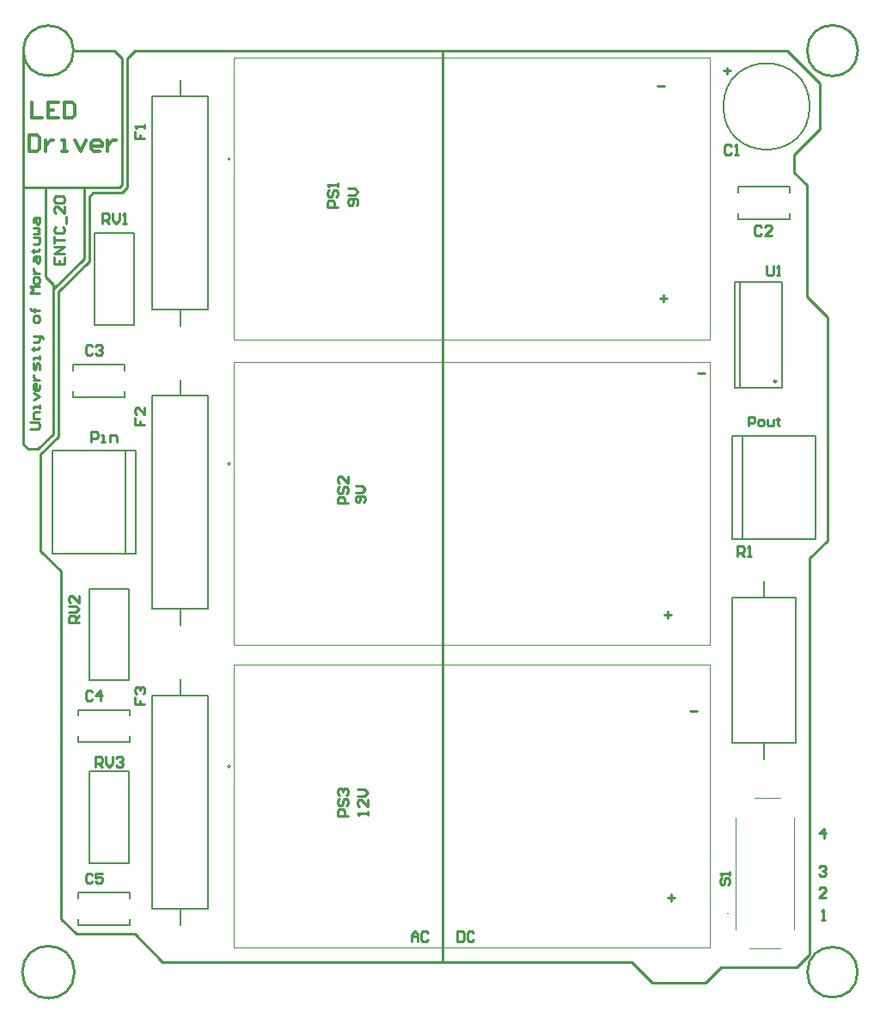
<source format=gto>
G04*
G04 #@! TF.GenerationSoftware,Altium Limited,Altium Designer,23.4.1 (23)*
G04*
G04 Layer_Color=65535*
%FSLAX44Y44*%
%MOMM*%
G71*
G04*
G04 #@! TF.SameCoordinates,962042ED-4943-4C1F-BA74-C7D69658BEBC*
G04*
G04*
G04 #@! TF.FilePolarity,Positive*
G04*
G01*
G75*
%ADD10C,0.2000*%
%ADD11C,0.2540*%
%ADD12C,0.1000*%
%ADD13C,0.2500*%
%ADD14C,0.1270*%
%ADD15C,0.3500*%
D10*
X208000Y829500D02*
G03*
X208000Y831500I0J1000D01*
G01*
D02*
G03*
X208000Y829500I0J-1000D01*
G01*
Y531500D02*
G03*
X208000Y529500I0J-1000D01*
G01*
D02*
G03*
X208000Y531500I0J1000D01*
G01*
Y233500D02*
G03*
X208000Y231500I0J-1000D01*
G01*
D02*
G03*
X208000Y233500I0J1000D01*
G01*
X780000Y882500D02*
G03*
X780000Y882500I-42500J0D01*
G01*
X706500Y605500D02*
Y709500D01*
X752500D01*
Y605500D02*
Y709500D01*
X706500Y605500D02*
X752500D01*
X711500Y605500D02*
Y709500D01*
X75500Y667500D02*
X114500D01*
X75500D02*
Y757500D01*
X114500D01*
Y667500D02*
Y757500D01*
X105400Y596600D02*
Y602250D01*
Y622750D02*
Y628400D01*
X54600D02*
X105400D01*
X54600Y596600D02*
Y602250D01*
Y622750D02*
Y628400D01*
Y596600D02*
X105400D01*
X70500Y317500D02*
X109500D01*
X70500D02*
Y407500D01*
X109500D01*
Y317500D02*
Y407500D01*
X110400Y256600D02*
Y262250D01*
Y282750D02*
Y288400D01*
X59600D02*
X110400D01*
X59600Y256600D02*
Y262250D01*
Y282750D02*
Y288400D01*
Y256600D02*
X110400D01*
X70500Y137500D02*
X109500D01*
X70500D02*
Y227500D01*
X109500D01*
Y137500D02*
Y227500D01*
X110400Y76600D02*
Y82250D01*
Y102750D02*
Y108400D01*
X59600D02*
X110400D01*
X59600Y76600D02*
Y82250D01*
Y102750D02*
Y108400D01*
Y76600D02*
X110400D01*
X735000Y398850D02*
Y415230D01*
Y239770D02*
Y256150D01*
X703350D02*
X766650D01*
Y398850D01*
X703350D02*
X766650D01*
X703350Y256150D02*
Y398850D01*
X709600Y797750D02*
Y803400D01*
Y771600D02*
Y777250D01*
Y771600D02*
X760400D01*
Y797750D02*
Y803400D01*
Y771600D02*
Y777250D01*
X709600Y803400D02*
X760400D01*
D11*
X827500Y937500D02*
G03*
X827500Y937500I-25000J0D01*
G01*
X827249Y30000D02*
G03*
X827249Y30000I-24749J0D01*
G01*
X55739D02*
G03*
X55739Y30000I-25739J0D01*
G01*
X54749Y937500D02*
G03*
X54749Y937500I-24749J0D01*
G01*
X418743Y41257D02*
Y937254D01*
X70000Y793750D02*
X73750Y797500D01*
X102500D01*
X107500Y802500D01*
Y855000D01*
X102500Y805000D02*
Y930000D01*
X100000Y802500D02*
X102500Y805000D01*
X65000Y802500D02*
X100000D01*
X27500D02*
X65000D01*
Y777500D02*
Y802500D01*
X5000D02*
X27500D01*
Y787500D02*
Y802500D01*
Y715000D02*
Y787500D01*
X107500Y930000D02*
X115000Y937500D01*
X107500Y920000D02*
Y930000D01*
X115000Y937500D02*
X140000D01*
X95000D02*
X102500Y930000D01*
X54749Y937500D02*
X95000D01*
X140000D02*
X145000D01*
X107500Y880000D02*
Y920000D01*
X27500Y715000D02*
X35000Y707500D01*
Y702500D02*
Y707500D01*
X65000Y732500D02*
Y777500D01*
X35000Y702500D02*
X65000Y732500D01*
X35000Y560000D02*
Y702500D01*
X20000Y545000D02*
X35000Y560000D01*
X10000Y545000D02*
X20000D01*
X5000Y550000D02*
X10000Y545000D01*
X5000Y550000D02*
Y937500D01*
X107500Y855000D02*
Y880000D01*
X145000Y937500D02*
X757500D01*
X790000Y905000D01*
Y860000D02*
Y905000D01*
X765000Y835000D02*
X790000Y860000D01*
X765000Y817500D02*
Y835000D01*
Y817500D02*
X777500Y805000D01*
Y695000D02*
Y805000D01*
Y695000D02*
X797500Y675000D01*
Y455000D02*
Y675000D01*
X780000Y437500D02*
X797500Y455000D01*
X780000Y47500D02*
Y437500D01*
X767500Y35000D02*
X780000Y47500D01*
X692500Y35000D02*
X767500D01*
X677500Y20000D02*
X692500Y35000D01*
X625000Y20000D02*
X677500D01*
X605000Y40000D02*
X625000Y20000D01*
X142500Y40000D02*
X605000D01*
X115000Y67500D02*
X142500Y40000D01*
X57500Y67500D02*
X115000D01*
X42500Y82500D02*
X57500Y67500D01*
X42500Y82500D02*
Y425000D01*
X22500Y445000D02*
X42500Y425000D01*
X22500Y445000D02*
Y540000D01*
X40000Y557500D01*
Y700000D01*
X70000Y730000D01*
Y793750D01*
X636540Y381872D02*
X643204D01*
X639872Y385205D02*
Y378540D01*
X794538Y161540D02*
Y171537D01*
X789540Y166538D01*
X796205D01*
X789540Y132871D02*
X791206Y134537D01*
X794538D01*
X796205Y132871D01*
Y131205D01*
X794538Y129538D01*
X792872D01*
X794538D01*
X796205Y127872D01*
Y126206D01*
X794538Y124540D01*
X791206D01*
X789540Y126206D01*
X796205Y103540D02*
X789540D01*
X796205Y110204D01*
Y111871D01*
X794538Y113537D01*
X791206D01*
X789540Y111871D01*
X791540Y81540D02*
X794872D01*
X793206D01*
Y91537D01*
X791540Y89871D01*
X662540Y287540D02*
X669204D01*
X640040Y103372D02*
X646704D01*
X643372Y106705D02*
Y100040D01*
X670040Y620040D02*
X676704D01*
X630040Y902540D02*
X636704D01*
X632540Y693372D02*
X639204D01*
X635872Y696704D02*
Y690040D01*
X333294Y785040D02*
X334960Y786706D01*
Y790038D01*
X333294Y791704D01*
X326629D01*
X324963Y790038D01*
Y786706D01*
X326629Y785040D01*
X328296D01*
X329962Y786706D01*
Y791704D01*
X324963Y795037D02*
X331628D01*
X334960Y798369D01*
X331628Y801701D01*
X324963D01*
X340794Y492540D02*
X342460Y494206D01*
Y497538D01*
X340794Y499204D01*
X334129D01*
X332463Y497538D01*
Y494206D01*
X334129Y492540D01*
X335795D01*
X337462Y494206D01*
Y499204D01*
X332463Y502537D02*
X339128D01*
X342460Y505869D01*
X339128Y509201D01*
X332463D01*
X344960Y185040D02*
Y188372D01*
Y186706D01*
X334963D01*
X336629Y185040D01*
X344960Y200035D02*
Y193371D01*
X338296Y200035D01*
X336629D01*
X334963Y198369D01*
Y195037D01*
X336629Y193371D01*
X334963Y203367D02*
X341628D01*
X344960Y206700D01*
X341628Y210032D01*
X334963D01*
X432540Y70037D02*
Y60040D01*
X437538D01*
X439204Y61706D01*
Y68371D01*
X437538Y70037D01*
X432540D01*
X449201Y68371D02*
X447535Y70037D01*
X444203D01*
X442537Y68371D01*
Y61706D01*
X444203Y60040D01*
X447535D01*
X449201Y61706D01*
X387540Y60040D02*
Y66705D01*
X390872Y70037D01*
X394204Y66705D01*
Y60040D01*
Y65038D01*
X387540D01*
X404201Y68371D02*
X402535Y70037D01*
X399203D01*
X397537Y68371D01*
Y61706D01*
X399203Y60040D01*
X402535D01*
X404201Y61706D01*
X11631Y565040D02*
X19962D01*
X21628Y566706D01*
Y570038D01*
X19962Y571704D01*
X11631D01*
X21628Y575037D02*
X14963D01*
Y580035D01*
X16629Y581701D01*
X21628D01*
Y585034D02*
Y588366D01*
Y586700D01*
X14963D01*
Y585034D01*
Y593364D02*
X21628Y596696D01*
X14963Y600029D01*
X21628Y608359D02*
Y605027D01*
X19962Y603361D01*
X16629D01*
X14963Y605027D01*
Y608359D01*
X16629Y610025D01*
X18296D01*
Y603361D01*
X14963Y613358D02*
X21628D01*
X18296D01*
X16629Y615024D01*
X14963Y616690D01*
Y618356D01*
X21628Y623354D02*
Y628353D01*
X19962Y630019D01*
X18296Y628353D01*
Y625021D01*
X16629Y623354D01*
X14963Y625021D01*
Y630019D01*
X21628Y633351D02*
Y636684D01*
Y635017D01*
X14963D01*
Y633351D01*
X13297Y643348D02*
X14963D01*
Y641682D01*
Y645014D01*
Y643348D01*
X19962D01*
X21628Y645014D01*
X14963Y650013D02*
X19962D01*
X21628Y651679D01*
Y656677D01*
X23294D01*
X24960Y655011D01*
Y653345D01*
X21628Y656677D02*
X14963D01*
X21628Y671672D02*
Y675005D01*
X19962Y676671D01*
X16629D01*
X14963Y675005D01*
Y671672D01*
X16629Y670006D01*
X19962D01*
X21628Y671672D01*
Y681669D02*
X13297D01*
X16629D01*
Y680003D01*
Y683335D01*
Y681669D01*
X13297D01*
X11631Y683335D01*
X21628Y698330D02*
X11631D01*
X14963Y701663D01*
X11631Y704995D01*
X21628D01*
Y709993D02*
Y713326D01*
X19962Y714992D01*
X16629D01*
X14963Y713326D01*
Y709993D01*
X16629Y708327D01*
X19962D01*
X21628Y709993D01*
X14963Y718324D02*
X21628D01*
X18296D01*
X16629Y719990D01*
X14963Y721656D01*
Y723322D01*
Y729987D02*
Y733319D01*
X16629Y734985D01*
X21628D01*
Y729987D01*
X19962Y728321D01*
X18296Y729987D01*
Y734985D01*
X13297Y739984D02*
X14963D01*
Y738317D01*
Y741650D01*
Y739984D01*
X19962D01*
X21628Y741650D01*
X14963Y746648D02*
X19962D01*
X21628Y748314D01*
Y753313D01*
X14963D01*
Y756645D02*
X19962D01*
X21628Y758311D01*
X19962Y759977D01*
X21628Y761643D01*
X19962Y763309D01*
X14963D01*
Y768308D02*
Y771640D01*
X16629Y773306D01*
X21628D01*
Y768308D01*
X19962Y766642D01*
X18296Y768308D01*
Y773306D01*
X35797Y734204D02*
Y727540D01*
X45794D01*
Y734204D01*
X40795Y727540D02*
Y730872D01*
X45794Y737537D02*
X35797D01*
X45794Y744201D01*
X35797D01*
Y747534D02*
Y754198D01*
Y750866D01*
X45794D01*
X37463Y764195D02*
X35797Y762529D01*
Y759196D01*
X37463Y757530D01*
X44128D01*
X45794Y759196D01*
Y762529D01*
X44128Y764195D01*
X47460Y767527D02*
Y774192D01*
X45794Y784188D02*
Y777524D01*
X39129Y784188D01*
X37463D01*
X35797Y782522D01*
Y779190D01*
X37463Y777524D01*
Y787521D02*
X35797Y789187D01*
Y792519D01*
X37463Y794185D01*
X44128D01*
X45794Y792519D01*
Y789187D01*
X44128Y787521D01*
X37463D01*
X695000Y917498D02*
X701665D01*
X698332Y920831D02*
Y914166D01*
X314998Y783337D02*
X305002D01*
Y788335D01*
X306668Y790002D01*
X310000D01*
X311666Y788335D01*
Y783337D01*
X306668Y799998D02*
X305002Y798332D01*
Y795000D01*
X306668Y793334D01*
X308334D01*
X310000Y795000D01*
Y798332D01*
X311666Y799998D01*
X313332D01*
X314998Y798332D01*
Y795000D01*
X313332Y793334D01*
X314998Y803331D02*
Y806663D01*
Y804997D01*
X305002D01*
X306668Y803331D01*
X693168Y122500D02*
X691502Y120834D01*
Y117502D01*
X693168Y115836D01*
X694834D01*
X696500Y117502D01*
Y120834D01*
X698166Y122500D01*
X699832D01*
X701498Y120834D01*
Y117502D01*
X699832Y115836D01*
X701498Y125832D02*
Y129164D01*
Y127498D01*
X691502D01*
X693168Y125832D01*
X737336Y725998D02*
Y717668D01*
X739002Y716002D01*
X742334D01*
X744000Y717668D01*
Y725998D01*
X747332Y716002D02*
X750665D01*
X748998D01*
Y725998D01*
X747332Y724332D01*
X76671Y232502D02*
Y242498D01*
X81669D01*
X83336Y240832D01*
Y237500D01*
X81669Y235834D01*
X76671D01*
X80003D02*
X83336Y232502D01*
X86668Y242498D02*
Y235834D01*
X90000Y232502D01*
X93332Y235834D01*
Y242498D01*
X96664Y240832D02*
X98331Y242498D01*
X101663D01*
X103329Y240832D01*
Y239166D01*
X101663Y237500D01*
X99997D01*
X101663D01*
X103329Y235834D01*
Y234168D01*
X101663Y232502D01*
X98331D01*
X96664Y234168D01*
X59998Y374171D02*
X50002D01*
Y379169D01*
X51668Y380835D01*
X55000D01*
X56666Y379169D01*
Y374171D01*
Y377503D02*
X59998Y380835D01*
X50002Y384168D02*
X56666D01*
X59998Y387500D01*
X56666Y390832D01*
X50002D01*
X59998Y400829D02*
Y394165D01*
X53334Y400829D01*
X51668D01*
X50002Y399163D01*
Y395831D01*
X51668Y394165D01*
X83337Y767502D02*
Y777498D01*
X88336D01*
X90002Y775832D01*
Y772500D01*
X88336Y770834D01*
X83337D01*
X86669D02*
X90002Y767502D01*
X93334Y777498D02*
Y770834D01*
X96666Y767502D01*
X99998Y770834D01*
Y777498D01*
X103331Y767502D02*
X106663D01*
X104997D01*
Y777498D01*
X103331Y775832D01*
X708586Y439752D02*
Y449748D01*
X713584D01*
X715250Y448082D01*
Y444750D01*
X713584Y443084D01*
X708586D01*
X711918D02*
X715250Y439752D01*
X718582D02*
X721915D01*
X720248D01*
Y449748D01*
X718582Y448082D01*
X324998Y184171D02*
X315002D01*
Y189169D01*
X316668Y190835D01*
X320000D01*
X321666Y189169D01*
Y184171D01*
X316668Y200832D02*
X315002Y199166D01*
Y195834D01*
X316668Y194168D01*
X318334D01*
X320000Y195834D01*
Y199166D01*
X321666Y200832D01*
X323332D01*
X324998Y199166D01*
Y195834D01*
X323332Y194168D01*
X316668Y204165D02*
X315002Y205831D01*
Y209163D01*
X316668Y210829D01*
X318334D01*
X320000Y209163D01*
Y207497D01*
Y209163D01*
X321666Y210829D01*
X323332D01*
X324998Y209163D01*
Y205831D01*
X323332Y204165D01*
X324998Y491671D02*
X315002D01*
Y496669D01*
X316668Y498335D01*
X320000D01*
X321666Y496669D01*
Y491671D01*
X316668Y508332D02*
X315002Y506666D01*
Y503334D01*
X316668Y501668D01*
X318334D01*
X320000Y503334D01*
Y506666D01*
X321666Y508332D01*
X323332D01*
X324998Y506666D01*
Y503334D01*
X323332Y501668D01*
X324998Y518329D02*
Y511665D01*
X318334Y518329D01*
X316668D01*
X315002Y516663D01*
Y513331D01*
X316668Y511665D01*
X720005Y568002D02*
Y576998D01*
X724503D01*
X726003Y575499D01*
Y572500D01*
X724503Y571001D01*
X720005D01*
X730501Y568002D02*
X733501D01*
X735000Y569501D01*
Y572500D01*
X733501Y573999D01*
X730501D01*
X729002Y572500D01*
Y569501D01*
X730501Y568002D01*
X737999Y573999D02*
Y569501D01*
X739499Y568002D01*
X743997D01*
Y573999D01*
X748496Y575499D02*
Y573999D01*
X746996D01*
X749995D01*
X748496D01*
Y569501D01*
X749995Y568002D01*
X72504Y552502D02*
Y562498D01*
X77502D01*
X79169Y560832D01*
Y557500D01*
X77502Y555834D01*
X72504D01*
X82501Y552502D02*
X85833D01*
X84167D01*
Y559166D01*
X82501D01*
X90831Y552502D02*
Y559166D01*
X95830D01*
X97496Y557500D01*
Y552502D01*
X115002Y300834D02*
Y294169D01*
X120000D01*
Y297502D01*
Y294169D01*
X124998D01*
X116668Y304166D02*
X115002Y305832D01*
Y309165D01*
X116668Y310831D01*
X118334D01*
X120000Y309165D01*
Y307498D01*
Y309165D01*
X121666Y310831D01*
X123332D01*
X124998Y309165D01*
Y305832D01*
X123332Y304166D01*
X115002Y575834D02*
Y569169D01*
X120000D01*
Y572502D01*
Y569169D01*
X124998D01*
Y585831D02*
Y579166D01*
X118334Y585831D01*
X116668D01*
X115002Y584165D01*
Y580832D01*
X116668Y579166D01*
X115002Y857500D02*
Y850835D01*
X120000D01*
Y854168D01*
Y850835D01*
X124998D01*
Y860832D02*
Y864165D01*
Y862498D01*
X115002D01*
X116668Y860832D01*
X73334Y125832D02*
X71668Y127498D01*
X68335D01*
X66669Y125832D01*
Y119168D01*
X68335Y117502D01*
X71668D01*
X73334Y119168D01*
X83331Y127498D02*
X76666D01*
Y122500D01*
X79998Y124166D01*
X81664D01*
X83331Y122500D01*
Y119168D01*
X81664Y117502D01*
X78332D01*
X76666Y119168D01*
X73334Y305832D02*
X71668Y307498D01*
X68335D01*
X66669Y305832D01*
Y299168D01*
X68335Y297502D01*
X71668D01*
X73334Y299168D01*
X81664Y297502D02*
Y307498D01*
X76666Y302500D01*
X83331D01*
X73334Y645832D02*
X71668Y647498D01*
X68335D01*
X66669Y645832D01*
Y639168D01*
X68335Y637502D01*
X71668D01*
X73334Y639168D01*
X76666Y645832D02*
X78332Y647498D01*
X81664D01*
X83331Y645832D01*
Y644166D01*
X81664Y642500D01*
X79998D01*
X81664D01*
X83331Y640834D01*
Y639168D01*
X81664Y637502D01*
X78332D01*
X76666Y639168D01*
X732334Y763832D02*
X730668Y765498D01*
X727336D01*
X725669Y763832D01*
Y757168D01*
X727336Y755502D01*
X730668D01*
X732334Y757168D01*
X742331Y755502D02*
X735666D01*
X742331Y762166D01*
Y763832D01*
X740665Y765498D01*
X737332D01*
X735666Y763832D01*
X703000Y843332D02*
X701334Y844998D01*
X698002D01*
X696336Y843332D01*
Y836668D01*
X698002Y835002D01*
X701334D01*
X703000Y836668D01*
X706332Y835002D02*
X709665D01*
X707998D01*
Y844998D01*
X706332Y843332D01*
D12*
X699000Y87500D02*
G03*
X700000Y87500I500J0D01*
G01*
D02*
G03*
X699000Y87500I-500J0D01*
G01*
X213000Y652500D02*
Y930500D01*
Y652500D02*
X682000D01*
Y930500D01*
X213000D02*
X682000D01*
X213000Y630500D02*
X682000D01*
Y352500D02*
Y630500D01*
X213000Y352500D02*
X682000D01*
X213000D02*
Y630500D01*
Y332500D02*
X682000D01*
Y54500D02*
Y332500D01*
X213000Y54500D02*
X682000D01*
X213000D02*
Y332500D01*
X726000Y201500D02*
X751000D01*
X765000Y72500D02*
Y182500D01*
X707000Y72500D02*
Y182500D01*
X721000Y53500D02*
X751000D01*
D13*
X747250Y612000D02*
G03*
X747250Y612000I-1250J0D01*
G01*
D14*
X160000Y92500D02*
X187500D01*
X132500D02*
X160000D01*
X132500D02*
Y302500D01*
X160000D01*
X187500D01*
Y92500D02*
Y302500D01*
X160000D02*
Y318500D01*
Y76500D02*
Y92500D01*
Y387500D02*
X187500D01*
X132500D02*
X160000D01*
X132500D02*
Y597500D01*
X160000D01*
X187500D01*
Y387500D02*
Y597500D01*
X160000D02*
Y613500D01*
Y371500D02*
Y387500D01*
X132500Y892500D02*
X160000D01*
X187500D01*
Y682500D02*
Y892500D01*
X160000Y682500D02*
X187500D01*
X132500D02*
X160000D01*
X132500D02*
Y892500D01*
X160000Y666500D02*
Y682500D01*
Y892500D02*
Y908500D01*
X34000Y441700D02*
Y543300D01*
X106000D01*
X116000D01*
Y441700D02*
Y543300D01*
X106000Y441700D02*
X116000D01*
X34000D02*
X106000D01*
Y543300D01*
X786000Y456700D02*
Y558300D01*
X714000Y456700D02*
X786000D01*
X704000D02*
X714000D01*
X704000D02*
Y558300D01*
X714000D01*
X786000D01*
X714000Y456700D02*
Y558300D01*
D15*
X13500Y886995D02*
Y871000D01*
X24163D01*
X40158Y886995D02*
X29495D01*
Y871000D01*
X40158D01*
X29495Y878997D02*
X34826D01*
X45490Y886995D02*
Y871000D01*
X53487D01*
X56153Y873666D01*
Y884329D01*
X53487Y886995D01*
X45490D01*
X11000Y854495D02*
Y838500D01*
X18997D01*
X21663Y841166D01*
Y851829D01*
X18997Y854495D01*
X11000D01*
X26995Y849163D02*
Y838500D01*
Y843832D01*
X29661Y846497D01*
X32326Y849163D01*
X34992D01*
X42990Y838500D02*
X48321D01*
X45655D01*
Y849163D01*
X42990D01*
X56319D02*
X61650Y838500D01*
X66982Y849163D01*
X80311Y838500D02*
X74979D01*
X72313Y841166D01*
Y846497D01*
X74979Y849163D01*
X80311D01*
X82977Y846497D01*
Y843832D01*
X72313D01*
X88308Y849163D02*
Y838500D01*
Y843832D01*
X90974Y846497D01*
X93640Y849163D01*
X96306D01*
M02*

</source>
